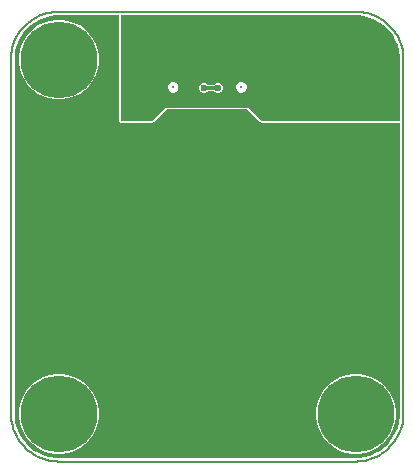
<source format=gbl>
G04*
G04 #@! TF.GenerationSoftware,Altium Limited,Altium Designer,22.5.1 (42)*
G04*
G04 Layer_Physical_Order=2*
G04 Layer_Color=16711680*
%FSLAX25Y25*%
%MOIN*%
G70*
G04*
G04 #@! TF.SameCoordinates,6575D538-9FDD-43DE-8B67-50E4B2F97E8D*
G04*
G04*
G04 #@! TF.FilePolarity,Positive*
G04*
G01*
G75*
%ADD13C,0.00787*%
%ADD45C,0.01181*%
%ADD47C,0.25591*%
%ADD48C,0.01280*%
%ADD49C,0.02362*%
%ADD50C,0.25591*%
G36*
X117888Y148568D02*
X119756Y148079D01*
X121543Y147348D01*
X123217Y146388D01*
X124750Y145215D01*
X126116Y143850D01*
X127288Y142317D01*
X128249Y140642D01*
X128980Y138855D01*
X129468Y136988D01*
X129706Y135072D01*
X129698Y134107D01*
X129699Y134104D01*
X129698Y134100D01*
Y113500D01*
X83626D01*
X79094Y118031D01*
X51781D01*
X47250Y113500D01*
X36751D01*
Y148797D01*
X115001Y148797D01*
X115004Y148798D01*
X115008Y148797D01*
X115973Y148806D01*
X117888Y148568D01*
D02*
G37*
G36*
X15993Y148797D02*
X15997Y148798D01*
X16001Y148797D01*
X35709D01*
X36209Y148797D01*
Y113500D01*
X36368Y113117D01*
X36751Y112959D01*
X47250D01*
X47633Y113117D01*
X47633Y113117D01*
X52005Y117490D01*
X78870D01*
X83243Y113117D01*
X83626Y112959D01*
X83626Y112959D01*
X129698D01*
Y16002D01*
X129696Y15039D01*
X129441Y13130D01*
X128940Y11271D01*
X128201Y9493D01*
X127237Y7826D01*
X126064Y6298D01*
X124702Y4937D01*
X123175Y3764D01*
X121508Y2800D01*
X119730Y2061D01*
X117870Y1560D01*
X115962Y1305D01*
X114999Y1303D01*
X16001Y1303D01*
X15037D01*
X13127Y1554D01*
X11266Y2053D01*
X9486Y2790D01*
X7818Y3754D01*
X6289Y4926D01*
X4927Y6289D01*
X3754Y7817D01*
X2791Y9486D01*
X2053Y11266D01*
X1555Y13126D01*
X1303Y15037D01*
Y16000D01*
X1303Y134100D01*
X1303Y134104D01*
X1303Y134107D01*
X1295Y135072D01*
X1533Y136988D01*
X2022Y138855D01*
X2753Y140642D01*
X3713Y142317D01*
X4886Y143850D01*
X6251Y145215D01*
X7784Y146388D01*
X9459Y147348D01*
X11245Y148079D01*
X13113Y148568D01*
X15028Y148806D01*
X15993Y148797D01*
D02*
G37*
%LPC*%
G36*
X69378Y126281D02*
X68709D01*
X68092Y126025D01*
X67778Y125712D01*
X65766D01*
X65453Y126025D01*
X64835Y126281D01*
X64166D01*
X63548Y126025D01*
X63075Y125552D01*
X62819Y124934D01*
Y124266D01*
X63075Y123648D01*
X63548Y123175D01*
X64166Y122919D01*
X64835D01*
X65453Y123175D01*
X65766Y123488D01*
X67778D01*
X68092Y123175D01*
X68709Y122919D01*
X69378D01*
X69996Y123175D01*
X70469Y123648D01*
X70725Y124266D01*
Y124934D01*
X70469Y125552D01*
X69996Y126025D01*
X69378Y126281D01*
D02*
G37*
G36*
X77232Y126631D02*
X76525D01*
X75871Y126361D01*
X75370Y125860D01*
X75099Y125206D01*
Y124498D01*
X75370Y123844D01*
X75871Y123343D01*
X76525Y123072D01*
X77232D01*
X77887Y123343D01*
X78387Y123844D01*
X78658Y124498D01*
Y125206D01*
X78387Y125860D01*
X77887Y126361D01*
X77232Y126631D01*
D02*
G37*
G36*
X54477D02*
X53769D01*
X53115Y126361D01*
X52614Y125860D01*
X52343Y125206D01*
Y124498D01*
X52614Y123844D01*
X53115Y123343D01*
X53769Y123072D01*
X54477D01*
X55131Y123343D01*
X55631Y123844D01*
X55902Y124498D01*
Y125206D01*
X55631Y125860D01*
X55131Y126361D01*
X54477Y126631D01*
D02*
G37*
G36*
X17047Y147395D02*
X14954D01*
X12887Y147068D01*
X10897Y146421D01*
X9032Y145471D01*
X7339Y144241D01*
X5860Y142761D01*
X4629Y141068D01*
X3679Y139204D01*
X3033Y137213D01*
X2705Y135146D01*
Y133054D01*
X3033Y130987D01*
X3679Y128996D01*
X4629Y127132D01*
X5860Y125439D01*
X7339Y123959D01*
X9032Y122729D01*
X10897Y121779D01*
X12887Y121132D01*
X14954Y120805D01*
X17047D01*
X19114Y121132D01*
X21104Y121779D01*
X22969Y122729D01*
X24662Y123959D01*
X26142Y125439D01*
X27372Y127132D01*
X28322Y128996D01*
X28969Y130987D01*
X29296Y133054D01*
Y135146D01*
X28969Y137213D01*
X28322Y139204D01*
X27372Y141068D01*
X26142Y142761D01*
X24662Y144241D01*
X22969Y145471D01*
X21104Y146421D01*
X19114Y147068D01*
X17047Y147395D01*
D02*
G37*
G36*
X116047Y29295D02*
X113954D01*
X111887Y28968D01*
X109897Y28321D01*
X108032Y27371D01*
X106339Y26141D01*
X104859Y24661D01*
X103629Y22968D01*
X102679Y21104D01*
X102033Y19113D01*
X101705Y17046D01*
Y14954D01*
X102033Y12887D01*
X102679Y10896D01*
X103629Y9032D01*
X104859Y7339D01*
X106339Y5859D01*
X108032Y4629D01*
X109897Y3679D01*
X111887Y3032D01*
X113954Y2705D01*
X116047D01*
X118114Y3032D01*
X120104Y3679D01*
X121969Y4629D01*
X123662Y5859D01*
X125142Y7339D01*
X126372Y9032D01*
X127322Y10896D01*
X127969Y12887D01*
X128296Y14954D01*
Y17046D01*
X127969Y19113D01*
X127322Y21104D01*
X126372Y22968D01*
X125142Y24661D01*
X123662Y26141D01*
X121969Y27371D01*
X120104Y28321D01*
X118114Y28968D01*
X116047Y29295D01*
D02*
G37*
G36*
X17047D02*
X14954D01*
X12887Y28968D01*
X10897Y28321D01*
X9032Y27371D01*
X7339Y26141D01*
X5860Y24661D01*
X4629Y22968D01*
X3679Y21104D01*
X3033Y19113D01*
X2705Y17046D01*
Y14954D01*
X3033Y12887D01*
X3679Y10896D01*
X4629Y9032D01*
X5860Y7339D01*
X7339Y5859D01*
X9032Y4629D01*
X10897Y3679D01*
X12887Y3032D01*
X14954Y2705D01*
X17047D01*
X19114Y3032D01*
X21104Y3679D01*
X22969Y4629D01*
X24662Y5859D01*
X26142Y7339D01*
X27372Y9032D01*
X28322Y10896D01*
X28969Y12887D01*
X29296Y14954D01*
Y17046D01*
X28969Y19113D01*
X28322Y21104D01*
X27372Y22968D01*
X26142Y24661D01*
X24662Y26141D01*
X22969Y27371D01*
X21104Y28321D01*
X19114Y28968D01*
X17047Y29295D01*
D02*
G37*
%LPD*%
D13*
X115000Y149994D02*
X114997Y149994D01*
X130895Y134235D02*
X130863Y135230D01*
X130769Y136221D01*
X130613Y137204D01*
X130394Y138175D01*
X130115Y139130D01*
X129776Y140066D01*
X129379Y140979D01*
X128925Y141865D01*
X128416Y142720D01*
X127853Y143542D01*
X127240Y144326D01*
X126579Y145070D01*
X125872Y145771D01*
X125122Y146426D01*
X124333Y147032D01*
X123506Y147587D01*
X122647Y148089D01*
X121757Y148536D01*
X120841Y148925D01*
X119902Y149256D01*
X118944Y149527D01*
X117971Y149737D01*
X116987Y149885D01*
X115995Y149971D01*
X115000Y149994D01*
X130894Y134099D02*
X130895Y134235D01*
X130894Y134097D02*
X130894Y134099D01*
X130894Y15999D02*
Y16000D01*
X130894Y15999D02*
Y16000D01*
X115001Y106D02*
X115999Y140D01*
X116992Y236D01*
X117977Y393D01*
X118951Y612D01*
X119908Y892D01*
X120847Y1232D01*
X121762Y1629D01*
X122651Y2083D01*
X123509Y2591D01*
X124334Y3152D01*
X125122Y3764D01*
X125871Y4424D01*
X126576Y5130D01*
X127236Y5878D01*
X127848Y6666D01*
X128410Y7491D01*
X128918Y8350D01*
X129372Y9238D01*
X129769Y10154D01*
X130108Y11092D01*
X130388Y12050D01*
X130607Y13023D01*
X130765Y14009D01*
X130861Y15002D01*
X130894Y15999D01*
X115001Y106D02*
X115001D01*
X107Y134098D02*
X107Y134097D01*
X16001Y149994D02*
X15000Y149971D01*
X14003Y149884D01*
X13014Y149734D01*
X12036Y149522D01*
X11073Y149248D01*
X10130Y148913D01*
X9209Y148520D01*
X8316Y148068D01*
X7453Y147561D01*
X6624Y147000D01*
X5832Y146388D01*
X5081Y145726D01*
X4374Y145018D01*
X3712Y144267D01*
X3100Y143475D01*
X2539Y142647D01*
X2032Y141783D01*
X1581Y140890D01*
X1187Y139970D01*
X852Y139026D01*
X579Y138064D01*
X366Y137086D01*
X216Y136096D01*
X130Y135099D01*
X107Y134098D01*
X16004Y149994D02*
X16001Y149994D01*
X107Y16000D02*
X138Y15002D01*
X232Y14008D01*
X388Y13022D01*
X606Y12047D01*
X885Y11089D01*
X1223Y10149D01*
X1619Y9233D01*
X2073Y8343D01*
X2581Y7484D01*
X3142Y6658D01*
X3754Y5869D01*
X4414Y5120D01*
X5121Y4414D01*
X5869Y3754D01*
X6658Y3142D01*
X7484Y2580D01*
X8344Y2072D01*
X9233Y1619D01*
X10150Y1222D01*
X11089Y884D01*
X12048Y606D01*
X13022Y388D01*
X14008Y231D01*
X15003Y138D01*
X16001Y106D01*
X130894Y134099D02*
Y134100D01*
X130894Y16000D02*
X130894Y134099D01*
X115000Y149994D02*
X115001D01*
X16001D02*
X115000D01*
X16001D02*
X16001D01*
X107Y134098D02*
Y134100D01*
Y134098D02*
X107Y16000D01*
Y16000D02*
Y16000D01*
X16001Y106D02*
X115001D01*
X16001D02*
X16001D01*
D45*
X64501Y124600D02*
X69044D01*
D47*
X115001Y134100D02*
D03*
D48*
X54123Y124852D02*
D03*
X76878D02*
D03*
D49*
X38750Y138250D02*
D03*
Y123000D02*
D03*
X26750Y45250D02*
D03*
X84501Y110100D02*
D03*
X46501D02*
D03*
X78251Y116350D02*
D03*
X52751D02*
D03*
X65501Y81350D02*
D03*
X69044Y124600D02*
D03*
X64501D02*
D03*
X37923Y76537D02*
D03*
X24751Y68600D02*
D03*
X14501Y102600D02*
D03*
D50*
X16001Y16000D02*
D03*
X115001D02*
D03*
X16001Y134100D02*
D03*
M02*

</source>
